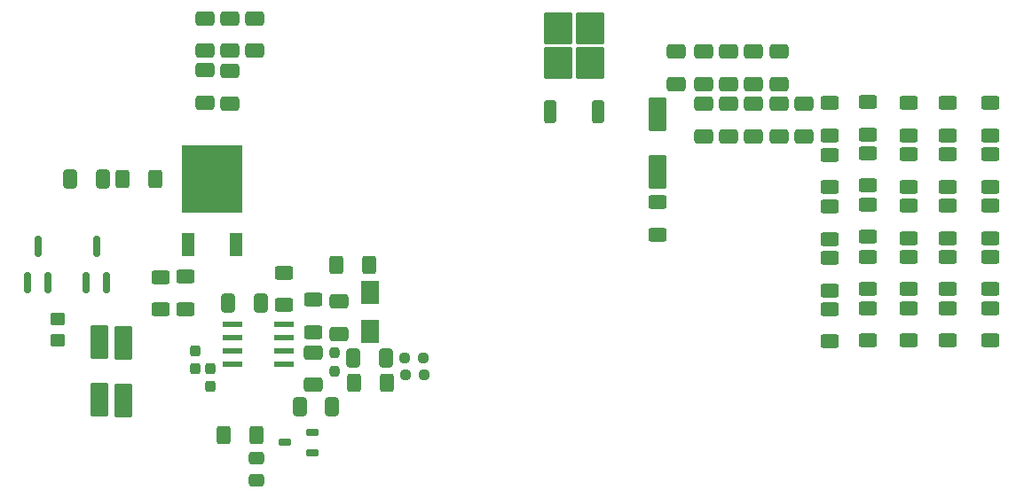
<source format=gbr>
%TF.GenerationSoftware,KiCad,Pcbnew,9.0.5*%
%TF.CreationDate,2025-10-30T21:41:21-07:00*%
%TF.ProjectId,Flyback_CCM_Converter,466c7962-6163-46b5-9f43-434d5f436f6e,rev?*%
%TF.SameCoordinates,Original*%
%TF.FileFunction,Paste,Top*%
%TF.FilePolarity,Positive*%
%FSLAX46Y46*%
G04 Gerber Fmt 4.6, Leading zero omitted, Abs format (unit mm)*
G04 Created by KiCad (PCBNEW 9.0.5) date 2025-10-30 21:41:21*
%MOMM*%
%LPD*%
G01*
G04 APERTURE LIST*
G04 Aperture macros list*
%AMRoundRect*
0 Rectangle with rounded corners*
0 $1 Rounding radius*
0 $2 $3 $4 $5 $6 $7 $8 $9 X,Y pos of 4 corners*
0 Add a 4 corners polygon primitive as box body*
4,1,4,$2,$3,$4,$5,$6,$7,$8,$9,$2,$3,0*
0 Add four circle primitives for the rounded corners*
1,1,$1+$1,$2,$3*
1,1,$1+$1,$4,$5*
1,1,$1+$1,$6,$7*
1,1,$1+$1,$8,$9*
0 Add four rect primitives between the rounded corners*
20,1,$1+$1,$2,$3,$4,$5,0*
20,1,$1+$1,$4,$5,$6,$7,0*
20,1,$1+$1,$6,$7,$8,$9,0*
20,1,$1+$1,$8,$9,$2,$3,0*%
G04 Aperture macros list end*
%ADD10RoundRect,0.250000X0.650000X-0.412500X0.650000X0.412500X-0.650000X0.412500X-0.650000X-0.412500X0*%
%ADD11RoundRect,0.250000X-0.475000X0.337500X-0.475000X-0.337500X0.475000X-0.337500X0.475000X0.337500X0*%
%ADD12RoundRect,0.250000X0.412500X0.650000X-0.412500X0.650000X-0.412500X-0.650000X0.412500X-0.650000X0*%
%ADD13RoundRect,0.250000X0.625000X-0.400000X0.625000X0.400000X-0.625000X0.400000X-0.625000X-0.400000X0*%
%ADD14RoundRect,0.162500X0.447500X0.162500X-0.447500X0.162500X-0.447500X-0.162500X0.447500X-0.162500X0*%
%ADD15RoundRect,0.250000X-0.412500X-0.650000X0.412500X-0.650000X0.412500X0.650000X-0.412500X0.650000X0*%
%ADD16RoundRect,0.237500X-0.237500X0.250000X-0.237500X-0.250000X0.237500X-0.250000X0.237500X0.250000X0*%
%ADD17RoundRect,0.237500X-0.237500X0.300000X-0.237500X-0.300000X0.237500X-0.300000X0.237500X0.300000X0*%
%ADD18RoundRect,0.250000X0.400000X0.625000X-0.400000X0.625000X-0.400000X-0.625000X0.400000X-0.625000X0*%
%ADD19RoundRect,0.237500X-0.250000X-0.237500X0.250000X-0.237500X0.250000X0.237500X-0.250000X0.237500X0*%
%ADD20R,1.651000X2.184400*%
%ADD21RoundRect,0.237500X0.250000X0.237500X-0.250000X0.237500X-0.250000X-0.237500X0.250000X-0.237500X0*%
%ADD22R,1.981200X0.558800*%
%ADD23R,1.200000X2.200000*%
%ADD24R,5.800000X6.400000*%
%ADD25RoundRect,0.250000X0.600000X-1.400000X0.600000X1.400000X-0.600000X1.400000X-0.600000X-1.400000X0*%
%ADD26RoundRect,0.250000X-0.600000X1.400000X-0.600000X-1.400000X0.600000X-1.400000X0.600000X1.400000X0*%
%ADD27RoundRect,0.250000X-0.625000X0.400000X-0.625000X-0.400000X0.625000X-0.400000X0.625000X0.400000X0*%
%ADD28RoundRect,0.250000X-0.650000X0.412500X-0.650000X-0.412500X0.650000X-0.412500X0.650000X0.412500X0*%
%ADD29RoundRect,0.162500X0.162500X-0.837500X0.162500X0.837500X-0.162500X0.837500X-0.162500X-0.837500X0*%
%ADD30RoundRect,0.250000X1.125000X-1.275000X1.125000X1.275000X-1.125000X1.275000X-1.125000X-1.275000X0*%
%ADD31RoundRect,0.250000X0.350000X-0.850000X0.350000X0.850000X-0.350000X0.850000X-0.350000X-0.850000X0*%
%ADD32RoundRect,0.250000X-0.400000X-0.625000X0.400000X-0.625000X0.400000X0.625000X-0.400000X0.625000X0*%
%ADD33RoundRect,0.250000X0.450000X-0.350000X0.450000X0.350000X-0.450000X0.350000X-0.450000X-0.350000X0*%
G04 APERTURE END LIST*
D10*
%TO.C,Ccomp_3*%
X147800000Y-128600000D03*
X147800000Y-125475000D03*
%TD*%
D11*
%TO.C,C_ss1*%
X142400000Y-135600000D03*
X142400000Y-137675000D03*
%TD*%
D10*
%TO.C,C_isense1*%
X150200000Y-123762500D03*
X150200000Y-120637500D03*
%TD*%
D12*
%TO.C,Ccomp_2*%
X154762500Y-126000000D03*
X151637500Y-126000000D03*
%TD*%
%TO.C,Cosc1*%
X139675000Y-120800000D03*
X142800000Y-120800000D03*
%TD*%
D13*
%TO.C,Rosc1*%
X145000000Y-117850000D03*
X145000000Y-120950000D03*
%TD*%
D14*
%TO.C,Q2*%
X147710000Y-135050000D03*
X147710000Y-133150000D03*
X145090000Y-134100000D03*
%TD*%
D15*
%TO.C,Ccomp_1*%
X146475000Y-130675000D03*
X149600000Y-130675000D03*
%TD*%
D16*
%TO.C,Rcomp_2*%
X149800000Y-125475000D03*
X149800000Y-127300000D03*
%TD*%
D17*
%TO.C,C14*%
X138000000Y-127037500D03*
X138000000Y-128762500D03*
%TD*%
D18*
%TO.C,R_ss1*%
X142337500Y-133400000D03*
X139237500Y-133400000D03*
%TD*%
D19*
%TO.C,Rcomp_1*%
X156575000Y-127600000D03*
X158400000Y-127600000D03*
%TD*%
D17*
%TO.C,C17*%
X136500000Y-125337500D03*
X136500000Y-127062500D03*
%TD*%
D18*
%TO.C,R_isense2*%
X153100000Y-117100000D03*
X150000000Y-117100000D03*
%TD*%
D20*
%TO.C,CR1*%
X153200000Y-119745800D03*
X153200000Y-123454200D03*
%TD*%
D18*
%TO.C,Rb1*%
X154800000Y-128400000D03*
X151700000Y-128400000D03*
%TD*%
D21*
%TO.C,Rcomp_3*%
X158312500Y-126000000D03*
X156487500Y-126000000D03*
%TD*%
D13*
%TO.C,R_isense1*%
X147800000Y-123550000D03*
X147800000Y-120450000D03*
%TD*%
D22*
%TO.C,U1*%
X145000000Y-126610000D03*
X145000000Y-125340000D03*
X145000000Y-124070000D03*
X145000000Y-122800000D03*
X140072400Y-122800000D03*
X140072400Y-124070000D03*
X140072400Y-125340000D03*
X140072400Y-126610000D03*
%TD*%
D13*
%TO.C,Rg_1*%
X135600000Y-118250000D03*
X135600000Y-121350000D03*
%TD*%
D23*
%TO.C,Q1*%
X140380000Y-115200000D03*
D24*
X138100000Y-108900000D03*
D23*
X135820000Y-115200000D03*
%TD*%
D25*
%TO.C,D5*%
X127400000Y-124505000D03*
X127400000Y-130005000D03*
%TD*%
D26*
%TO.C,D6*%
X129700000Y-124550000D03*
X129700000Y-130050000D03*
%TD*%
D27*
%TO.C,Rpreload33*%
X197100000Y-121350000D03*
X197100000Y-124450000D03*
%TD*%
D28*
%TO.C,Cout_9*%
X189800000Y-101737500D03*
X189800000Y-104862500D03*
%TD*%
D27*
%TO.C,Rpreload16*%
X208300000Y-106550000D03*
X208300000Y-109650000D03*
%TD*%
D29*
%TO.C,Q3*%
X120550000Y-118810000D03*
X122450000Y-118810000D03*
X121500000Y-115390000D03*
%TD*%
D27*
%TO.C,Rpreload9*%
X200700000Y-121250000D03*
X200700000Y-124350000D03*
%TD*%
%TO.C,Rpreload14*%
X204600000Y-121250000D03*
X204600000Y-124350000D03*
%TD*%
%TO.C,Rpreload12*%
X204600000Y-111450000D03*
X204600000Y-114550000D03*
%TD*%
%TO.C,Rpreload21*%
X212400000Y-106550000D03*
X212400000Y-109650000D03*
%TD*%
D10*
%TO.C,Cout_5*%
X192200000Y-99862500D03*
X192200000Y-96737500D03*
%TD*%
D27*
%TO.C,Rpreload5*%
X200700000Y-101550000D03*
X200700000Y-104650000D03*
%TD*%
D28*
%TO.C,Cout_4*%
X185000000Y-101737500D03*
X185000000Y-104862500D03*
%TD*%
D13*
%TO.C,Rg_2*%
X133200000Y-121400000D03*
X133200000Y-118300000D03*
%TD*%
D12*
%TO.C,C_snub1*%
X127712500Y-108900000D03*
X124587500Y-108900000D03*
%TD*%
D28*
%TO.C,Cout_8*%
X187400000Y-101737500D03*
X187400000Y-104862500D03*
%TD*%
D27*
%TO.C,Rpreload6*%
X200700000Y-106450000D03*
X200700000Y-109550000D03*
%TD*%
D29*
%TO.C,Q4*%
X126150000Y-118810000D03*
X128050000Y-118810000D03*
X127100000Y-115390000D03*
%TD*%
D27*
%TO.C,Rpreload10*%
X204600000Y-101650000D03*
X204600000Y-104750000D03*
%TD*%
D26*
%TO.C,D4*%
X180600000Y-102750000D03*
X180600000Y-108250000D03*
%TD*%
D10*
%TO.C,Cin_1*%
X137418750Y-96681250D03*
X137418750Y-93556250D03*
%TD*%
D27*
%TO.C,Rpreload20*%
X212400000Y-101650000D03*
X212400000Y-104750000D03*
%TD*%
D28*
%TO.C,Cin_3*%
X139818750Y-98556250D03*
X139818750Y-101681250D03*
%TD*%
%TO.C,Cout_10*%
X192200000Y-101737500D03*
X192200000Y-104862500D03*
%TD*%
D27*
%TO.C,Rpreload24*%
X212400000Y-121250000D03*
X212400000Y-124350000D03*
%TD*%
D28*
%TO.C,Cout_2*%
X194600000Y-101737500D03*
X194600000Y-104862500D03*
%TD*%
D30*
%TO.C,R8*%
X171150000Y-97850000D03*
X174200000Y-97850000D03*
X171150000Y-94500000D03*
X174200000Y-94500000D03*
D31*
X170395000Y-102475000D03*
X174955000Y-102475000D03*
%TD*%
D10*
%TO.C,Cout_7*%
X187400000Y-99862500D03*
X187400000Y-96737500D03*
%TD*%
D27*
%TO.C,Rpreload15*%
X208300000Y-101650000D03*
X208300000Y-104750000D03*
%TD*%
%TO.C,Rpreload1*%
X197100000Y-101650000D03*
X197100000Y-104750000D03*
%TD*%
D10*
%TO.C,Cout_1*%
X182400000Y-99825000D03*
X182400000Y-96700000D03*
%TD*%
D27*
%TO.C,Rpreload23*%
X212400000Y-116350000D03*
X212400000Y-119450000D03*
%TD*%
%TO.C,Rpreload13*%
X204600000Y-116350000D03*
X204600000Y-119450000D03*
%TD*%
D10*
%TO.C,Cin_4*%
X139856250Y-96681250D03*
X139856250Y-93556250D03*
%TD*%
%TO.C,Cout_6*%
X189800000Y-99862500D03*
X189800000Y-96737500D03*
%TD*%
D27*
%TO.C,Rpreload19*%
X208300000Y-121250000D03*
X208300000Y-124350000D03*
%TD*%
%TO.C,Rpreload22*%
X212400000Y-111450000D03*
X212400000Y-114550000D03*
%TD*%
%TO.C,Rpreload8*%
X200700000Y-116350000D03*
X200700000Y-119450000D03*
%TD*%
D32*
%TO.C,R_snub1*%
X129600000Y-108900000D03*
X132700000Y-108900000D03*
%TD*%
D10*
%TO.C,Cout_3*%
X185000000Y-99862500D03*
X185000000Y-96737500D03*
%TD*%
D27*
%TO.C,Rpreload4*%
X197100000Y-116450000D03*
X197100000Y-119550000D03*
%TD*%
%TO.C,Rpreload11*%
X204600000Y-106550000D03*
X204600000Y-109650000D03*
%TD*%
D33*
%TO.C,Rb2*%
X123400000Y-124300000D03*
X123400000Y-122300000D03*
%TD*%
D27*
%TO.C,Rpreload3*%
X197100000Y-111550000D03*
X197100000Y-114650000D03*
%TD*%
%TO.C,Rpreload2*%
X197100000Y-106600000D03*
X197100000Y-109700000D03*
%TD*%
D13*
%TO.C,R11*%
X180600000Y-114250000D03*
X180600000Y-111150000D03*
%TD*%
D27*
%TO.C,Rpreload17*%
X208300000Y-111450000D03*
X208300000Y-114550000D03*
%TD*%
%TO.C,Rpreload7*%
X200700000Y-111350000D03*
X200700000Y-114450000D03*
%TD*%
%TO.C,Rpreload18*%
X208300000Y-116350000D03*
X208300000Y-119450000D03*
%TD*%
D10*
%TO.C,Cin_5*%
X142218750Y-96681250D03*
X142218750Y-93556250D03*
%TD*%
D28*
%TO.C,Cin_2*%
X137418750Y-98518750D03*
X137418750Y-101643750D03*
%TD*%
M02*

</source>
